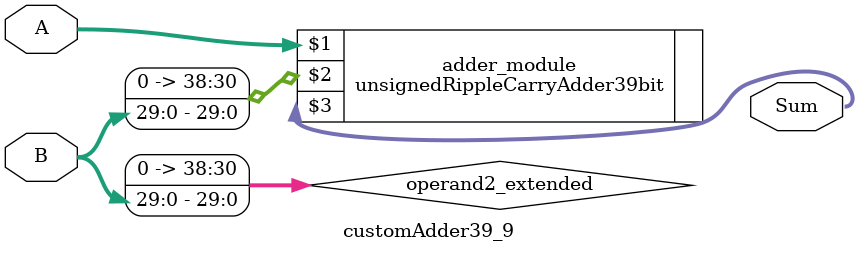
<source format=v>
module customAdder39_9(
                        input [38 : 0] A,
                        input [29 : 0] B,
                        
                        output [39 : 0] Sum
                );

        wire [38 : 0] operand2_extended;
        
        assign operand2_extended =  {9'b0, B};
        
        unsignedRippleCarryAdder39bit adder_module(
            A,
            operand2_extended,
            Sum
        );
        
        endmodule
        
</source>
